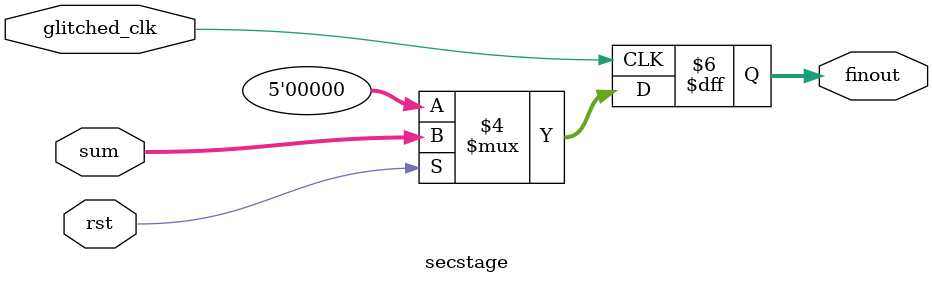
<source format=sv>
`timescale 1ns / 1ps


module secstage(
input logic glitched_clk,
input logic rst,
input logic [4:0]  sum,
output logic [4:0] finout
    );
    //logic [4:0] temp;
          //  logic [4:0] outemp;
             // Sequential logic for one-cycle delay
            always_ff @(posedge glitched_clk) begin
                if (!rst) begin
                    finout <= 4'b0000;  // Reset output to 0
                end else begin
                    finout<= sum;  // Update output one cycle later
                end
            end
    
    
endmodule

</source>
